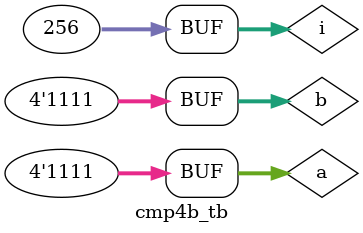
<source format=v>
module cmp2b(
  input [1:0] x, y,
  output eq, lt, gt
  );
  
  assign eq = (x == y);
  assign lt = (x < y);
  assign gt = (x > y);
endmodule

module cmp4b(
  input [3:0] a, b,
  output eq, lt, gt
  );
  
  wire eq1, lt1, gt1, eq2, lt2, gt2;
  
  cmp2b cmp2b1(.x(a[1:0]), .y(b[1:0]), .eq(eq1), .lt(lt1), .gt(gt1)); //primii 2 biti
  
  cmp2b cmp2b2(.x(a[3:2]), .y(b[3:2]), .eq(eq2), .lt(lt2), .gt(gt2)); //urmatorii 2 biti

  assign eq = eq1 & eq2; //cand ambii sunt 0 sau 1
  assign lt = (lt1 & eq2) | (lt2 & eq1) | (lt1 & lt2);  // Mai mic: oricare p?r?i pot fi mai mici
  assign gt = (gt1 & eq2) | (gt2 & eq1) | (gt1 & gt2);  // Mai mare: oricare p?r?i pot fi mai mari
endmodule

module cmp4b_tb;
  reg [3:0] a, b;
  wire eq, lt, gt;
  
  cmp4b cmp4b_i(.a(a), .b(b), .eq(eq), .lt(lt), .gt(gt));
  
  integer i;
  initial begin
    {a, b} = 0;
    for(i = 0; i < 256; i = i + 1) begin
      {a, b} = i;
    #10;
  end
end
endmodule
</source>
